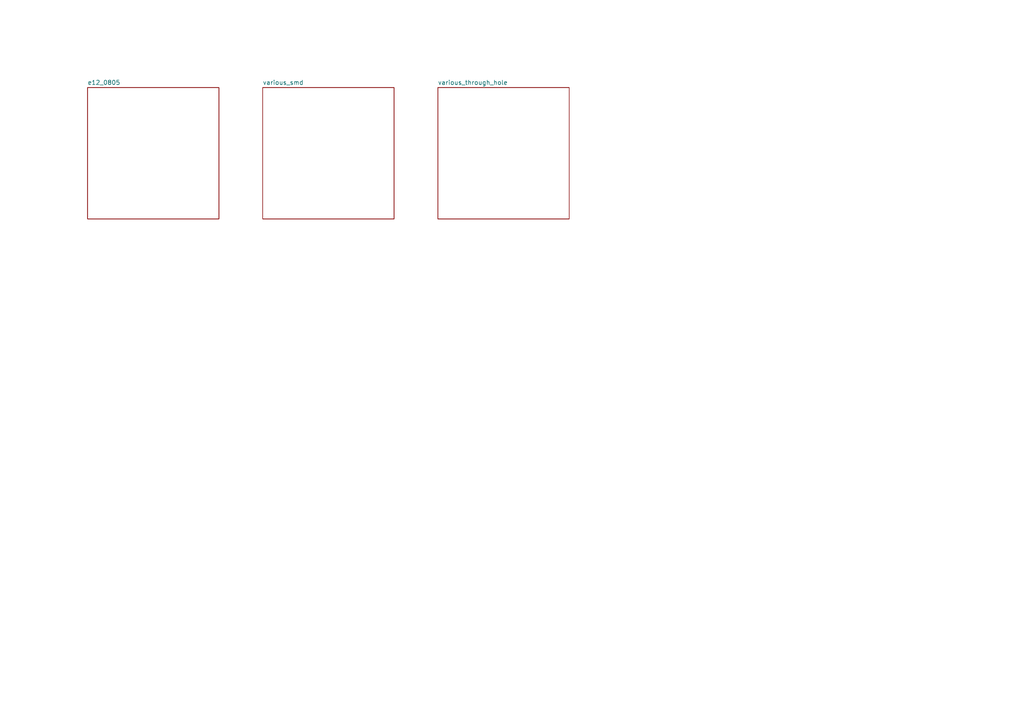
<source format=kicad_sch>
(kicad_sch
	(version 20250114)
	(generator "eeschema")
	(generator_version "9.0")
	(uuid "e63e39d7-6ac0-4ffd-8aa3-1841a4541b55")
	(paper "A4")
	(title_block
		(title "Capacitors")
		(date "2025-02-13")
		(rev "1")
		(comment 1 "-")
		(comment 2 "-")
	)
	(lib_symbols)
	(sheet
		(at 76.2 25.4)
		(size 38.1 38.1)
		(exclude_from_sim no)
		(in_bom yes)
		(on_board yes)
		(dnp no)
		(fields_autoplaced yes)
		(stroke
			(width 0.1524)
			(type solid)
		)
		(fill
			(color 0 0 0 0.0000)
		)
		(uuid "1d164094-f4c1-44db-89b1-f501c3d63dea")
		(property "Sheetname" "various_smd"
			(at 76.2 24.6884 0)
			(effects
				(font
					(size 1.27 1.27)
				)
				(justify left bottom)
			)
		)
		(property "Sheetfile" "various_smd.kicad_sch"
			(at 76.2 64.0846 0)
			(effects
				(font
					(size 1.27 1.27)
				)
				(justify left top)
				(hide yes)
			)
		)
		(instances
			(project "capacitors"
				(path "/e63e39d7-6ac0-4ffd-8aa3-1841a4541b55"
					(page "3")
				)
			)
		)
	)
	(sheet
		(at 25.4 25.4)
		(size 38.1 38.1)
		(exclude_from_sim no)
		(in_bom yes)
		(on_board yes)
		(dnp no)
		(fields_autoplaced yes)
		(stroke
			(width 0.1524)
			(type solid)
		)
		(fill
			(color 0 0 0 0.0000)
		)
		(uuid "402e1021-9edd-4e42-b618-3ac055d59a67")
		(property "Sheetname" "e12_0805"
			(at 25.4 24.6884 0)
			(effects
				(font
					(size 1.27 1.27)
				)
				(justify left bottom)
			)
		)
		(property "Sheetfile" "e12_0805.kicad_sch"
			(at 25.4 64.0846 0)
			(effects
				(font
					(size 1.27 1.27)
				)
				(justify left top)
				(hide yes)
			)
		)
		(instances
			(project "capacitors"
				(path "/e63e39d7-6ac0-4ffd-8aa3-1841a4541b55"
					(page "2")
				)
			)
		)
	)
	(sheet
		(at 127 25.4)
		(size 38.1 38.1)
		(exclude_from_sim no)
		(in_bom yes)
		(on_board yes)
		(dnp no)
		(fields_autoplaced yes)
		(stroke
			(width 0.1524)
			(type solid)
		)
		(fill
			(color 0 0 0 0.0000)
		)
		(uuid "6f105ba9-2a11-4b51-b85a-72617365978d")
		(property "Sheetname" "various_through_hole"
			(at 127 24.6884 0)
			(effects
				(font
					(size 1.27 1.27)
				)
				(justify left bottom)
			)
		)
		(property "Sheetfile" "various_through_hole.kicad_sch"
			(at 127 64.0846 0)
			(effects
				(font
					(size 1.27 1.27)
				)
				(justify left top)
				(hide yes)
			)
		)
		(instances
			(project "capacitors"
				(path "/e63e39d7-6ac0-4ffd-8aa3-1841a4541b55"
					(page "4")
				)
			)
		)
	)
	(sheet_instances
		(path "/"
			(page "1")
		)
	)
	(embedded_fonts no)
)

</source>
